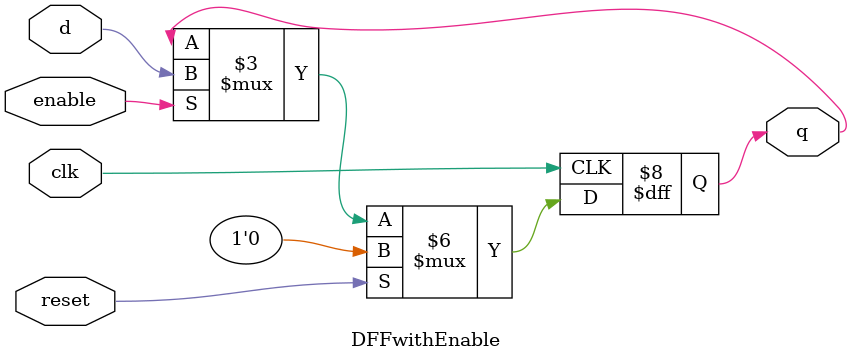
<source format=sv>
module DFFwithEnable (q, d, enable, reset, clk);
	output reg q;
	input d, enable, reset, clk;
	always_ff @(posedge clk)
	if (reset)
		q <= 0; // On reset, set to 0
	else if(enable)
		q <= d; // Otherwise out = d
	else begin
		q <= q; 
	end

endmodule


	
	
</source>
